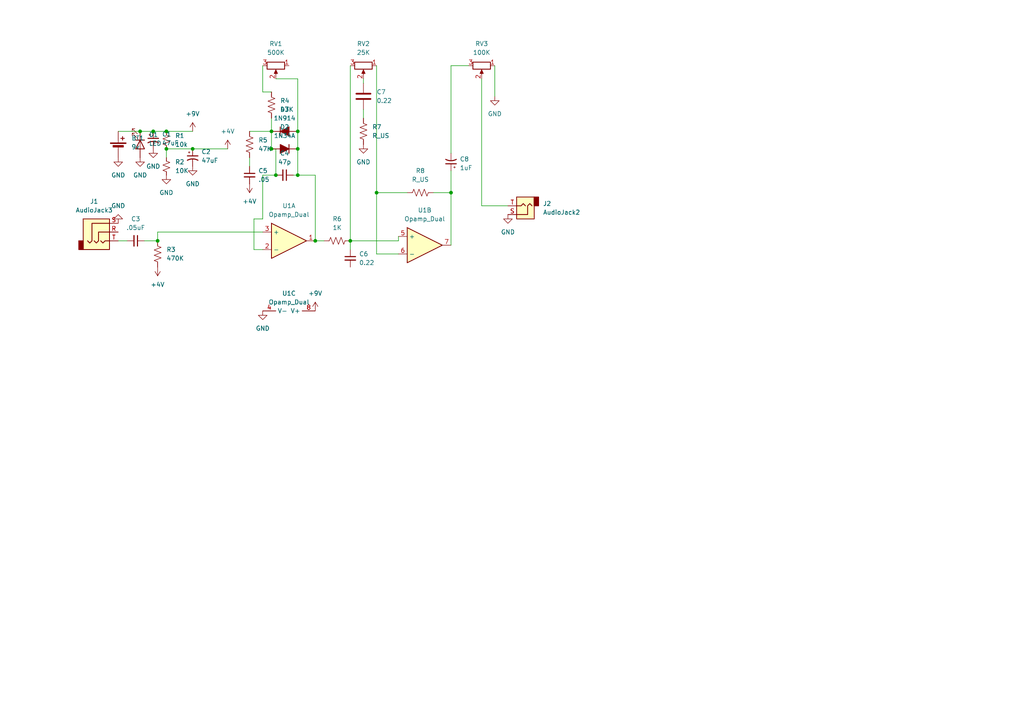
<source format=kicad_sch>
(kicad_sch (version 20230121) (generator eeschema)
  (paper "A4")
  (lib_symbols
    (symbol "Connector_Audio:AudioJack2"
      (property "Reference" "J" (at 0 8.89 0))
      (property "Value" "AudioJack2" (at 0 6.35 0))
      (symbol "AudioJack2_0_1"
        (rectangle (start -3.81 0) (end -2.54 -2.54) (stroke (width 0.254)) (fill (type outline)))
        (rectangle (start -2.54 3.81) (end 2.54 -2.54) (stroke (width 0.254)) (fill (type background)))
        (polyline (pts (xy 0 0) (xy 0.635 -0.635) (xy 1.27 0) (xy 2.54 0)) (stroke (width 0.254)))
        (polyline (pts (xy 2.54 2.54) (xy -0.635 2.54) (xy -0.635 0) (xy -1.27 -0.635) (xy -1.905 0)) (stroke (width 0.254)))
      )
      (symbol "AudioJack2_1_1"
        (pin passive line (at 5.08 2.54 180) (length 2.54) (name "~") (number "S"))
        (pin passive line (at 5.08 0 180) (length 2.54) (name "~") (number "T"))
      )
    )
    (symbol "Connector_Audio:AudioJack3"
      (property "Reference" "J" (at 0 8.89 0))
      (property "Value" "AudioJack3" (at 0 6.35 0))
      (symbol "AudioJack3_0_1"
        (rectangle (start -5.08 -5.08) (end -6.35 -2.54) (stroke (width 0.254)) (fill (type outline)))
        (polyline (pts (xy 0 -2.54) (xy 0.635 -3.175) (xy 1.27 -2.54) (xy 2.54 -2.54)) (stroke (width 0.254)))
        (polyline (pts (xy -1.905 -2.54) (xy -1.27 -3.175) (xy -0.635 -2.54) (xy -0.635 0) (xy 2.54 0)) (stroke (width 0.254)))
        (polyline (pts (xy 2.54 2.54) (xy -2.54 2.54) (xy -2.54 -2.54) (xy -3.175 -3.175) (xy -3.81 -2.54)) (stroke (width 0.254)))
        (rectangle (start 2.54 3.81) (end -5.08 -5.08) (stroke (width 0.254)) (fill (type background)))
      )
      (symbol "AudioJack3_1_1"
        (pin passive line (at 5.08 0 180) (length 2.54) (name "~") (number "R"))
        (pin passive line (at 5.08 2.54 180) (length 2.54) (name "~") (number "S"))
        (pin passive line (at 5.08 -2.54 180) (length 2.54) (name "~") (number "T"))
      )
    )
    (symbol "Device:Battery_Cell" (pin_numbers hide) (pin_names (offset 0) hide)
      (property "Reference" "BT" (at 2.54 2.54 0))
      (property "Value" "Battery_Cell" (at 2.54 0 0))
      (symbol "Battery_Cell_0_1"
        (rectangle (start -2.286 1.778) (end 2.286 1.524) (fill (type outline)))
        (rectangle (start -1.524 1.016) (end 1.524 0.508) (fill (type outline)))
        (polyline (pts (xy 0 0.762) (xy 0 0)))
        (polyline (pts (xy 0 1.778) (xy 0 2.54)))
        (polyline (pts (xy 0.762 3.048) (xy 1.778 3.048)) (stroke (width 0.254)))
        (polyline (pts (xy 1.27 3.556) (xy 1.27 2.54)) (stroke (width 0.254)))
      )
      (symbol "Battery_Cell_1_1"
        (pin passive line (at 0 5.08 270) (length 2.54) (name "+") (number "1"))
        (pin passive line (at 0 -2.54 90) (length 2.54) (name "-") (number "2"))
      )
    )
    (symbol "Device:C" (pin_numbers hide) (pin_names (offset 0.254))
      (property "Reference" "C" (at 0.635 2.54 0))
      (property "Value" "C" (at 0.635 -2.54 0))
      (symbol "C_0_1"
        (polyline (pts (xy -2.032 -0.762) (xy 2.032 -0.762)) (stroke (width 0.508)))
        (polyline (pts (xy -2.032 0.762) (xy 2.032 0.762)) (stroke (width 0.508)))
      )
      (symbol "C_1_1"
        (pin passive line (at 0 3.81 270) (length 2.794) (name "~") (number "1"))
        (pin passive line (at 0 -3.81 90) (length 2.794) (name "~") (number "2"))
      )
    )
    (symbol "Device:C_Polarized_Small_US" (pin_numbers hide) (pin_names (offset 0.254) hide)
      (property "Reference" "C" (at 0.254 1.778 0))
      (property "Value" "C_Polarized_Small_US" (at 0.254 -2.032 0))
      (symbol "C_Polarized_Small_US_0_1"
        (polyline (pts (xy -1.524 0.508) (xy 1.524 0.508)) (stroke (width 0.3048)))
        (polyline (pts (xy -1.27 1.524) (xy -0.762 1.524)))
        (polyline (pts (xy -1.016 1.27) (xy -1.016 1.778)))
        (arc (start 1.524 -0.762) (mid 0 -0.3734) (end -1.524 -0.762) (stroke (width 0.3048)))
      )
      (symbol "C_Polarized_Small_US_1_1"
        (pin passive line (at 0 2.54 270) (length 2.032) (name "~") (number "1"))
        (pin passive line (at 0 -2.54 90) (length 2.032) (name "~") (number "2"))
      )
    )
    (symbol "Device:C_Small" (pin_numbers hide) (pin_names (offset 0.254) hide)
      (property "Reference" "C" (at 0.254 1.778 0))
      (property "Value" "C_Small" (at 0.254 -2.032 0))
      (symbol "C_Small_0_1"
        (polyline (pts (xy -1.524 -0.508) (xy 1.524 -0.508)) (stroke (width 0.3302)))
        (polyline (pts (xy -1.524 0.508) (xy 1.524 0.508)) (stroke (width 0.3048)))
      )
      (symbol "C_Small_1_1"
        (pin passive line (at 0 2.54 270) (length 2.032) (name "~") (number "1"))
        (pin passive line (at 0 -2.54 90) (length 2.032) (name "~") (number "2"))
      )
    )
    (symbol "Device:D_Filled" (pin_numbers hide) (pin_names (offset 1.016) hide)
      (property "Reference" "D" (at 0 2.54 0))
      (property "Value" "D_Filled" (at 0 -2.54 0))
      (symbol "D_Filled_0_1"
        (polyline (pts (xy -1.27 1.27) (xy -1.27 -1.27)) (stroke (width 0.254)))
        (polyline (pts (xy 1.27 0) (xy -1.27 0)))
        (polyline (pts (xy 1.27 1.27) (xy 1.27 -1.27) (xy -1.27 0) (xy 1.27 1.27)) (stroke (width 0.254)) (fill (type outline)))
      )
      (symbol "D_Filled_1_1"
        (pin passive line (at -3.81 0 0) (length 2.54) (name "K") (number "1"))
        (pin passive line (at 3.81 0 180) (length 2.54) (name "A") (number "2"))
      )
    )
    (symbol "Device:LED" (pin_numbers hide) (pin_names (offset 1.016) hide)
      (property "Reference" "D" (at 0 2.54 0))
      (property "Value" "LED" (at 0 -2.54 0))
      (symbol "LED_0_1"
        (polyline (pts (xy -1.27 -1.27) (xy -1.27 1.27)) (stroke (width 0.254)))
        (polyline (pts (xy -1.27 0) (xy 1.27 0)))
        (polyline (pts (xy 1.27 -1.27) (xy 1.27 1.27) (xy -1.27 0) (xy 1.27 -1.27)) (stroke (width 0.254)))
        (polyline (pts (xy -3.048 -0.762) (xy -4.572 -2.286) (xy -3.81 -2.286) (xy -4.572 -2.286) (xy -4.572 -1.524)))
        (polyline (pts (xy -1.778 -0.762) (xy -3.302 -2.286) (xy -2.54 -2.286) (xy -3.302 -2.286) (xy -3.302 -1.524)))
      )
      (symbol "LED_1_1"
        (pin passive line (at -3.81 0 0) (length 2.54) (name "K") (number "1"))
        (pin passive line (at 3.81 0 180) (length 2.54) (name "A") (number "2"))
      )
    )
    (symbol "Device:Opamp_Dual"
      (property "Reference" "U" (at 0 5.08 0))
      (property "Value" "Opamp_Dual" (at 0 -5.08 0))
      (symbol "Opamp_Dual_1_1"
        (polyline (pts (xy -5.08 5.08) (xy 5.08 0) (xy -5.08 -5.08) (xy -5.08 5.08)) (stroke (width 0.254)) (fill (type background)))
        (pin output line (at 7.62 0 180) (length 2.54) (name "~") (number "1"))
        (pin input line (at -7.62 -2.54 0) (length 2.54) (name "-") (number "2"))
        (pin input line (at -7.62 2.54 0) (length 2.54) (name "+") (number "3"))
      )
      (symbol "Opamp_Dual_2_1"
        (polyline (pts (xy -5.08 5.08) (xy 5.08 0) (xy -5.08 -5.08) (xy -5.08 5.08)) (stroke (width 0.254)) (fill (type background)))
        (pin input line (at -7.62 2.54 0) (length 2.54) (name "+") (number "5"))
        (pin input line (at -7.62 -2.54 0) (length 2.54) (name "-") (number "6"))
        (pin output line (at 7.62 0 180) (length 2.54) (name "~") (number "7"))
      )
      (symbol "Opamp_Dual_3_1"
        (pin power_in line (at -2.54 -7.62 90) (length 3.81) (name "V-") (number "4"))
        (pin power_in line (at -2.54 7.62 270) (length 3.81) (name "V+") (number "8"))
      )
    )
    (symbol "Device:R_Potentiometer" (pin_names (offset 1.016) hide)
      (property "Reference" "RV" (at -4.445 0 90))
      (property "Value" "R_Potentiometer" (at -2.54 0 90))
      (symbol "R_Potentiometer_0_1"
        (polyline (pts (xy 2.54 0) (xy 1.524 0)))
        (polyline (pts (xy 1.143 0) (xy 2.286 0.508) (xy 2.286 -0.508) (xy 1.143 0)) (fill (type outline)))
        (rectangle (start 1.016 2.54) (end -1.016 -2.54) (stroke (width 0.254)))
      )
      (symbol "R_Potentiometer_1_1"
        (pin passive line (at 0 3.81 270) (length 1.27) (name "1") (number "1"))
        (pin passive line (at 3.81 0 180) (length 1.27) (name "2") (number "2"))
        (pin passive line (at 0 -3.81 90) (length 1.27) (name "3") (number "3"))
      )
    )
    (symbol "Device:R_Small_US" (pin_numbers hide) (pin_names (offset 0.254) hide)
      (property "Reference" "R" (at 0.762 0.508 0))
      (property "Value" "R_Small_US" (at 0.762 -1.016 0))
      (symbol "R_Small_US_1_1"
        (polyline (pts (xy 0 0) (xy 1.016 -0.381) (xy 0 -0.762) (xy -1.016 -1.143) (xy 0 -1.524)))
        (polyline (pts (xy 0 1.524) (xy 1.016 1.143) (xy 0 0.762) (xy -1.016 0.381) (xy 0 0)))
        (pin passive line (at 0 2.54 270) (length 1.016) (name "~") (number "1"))
        (pin passive line (at 0 -2.54 90) (length 1.016) (name "~") (number "2"))
      )
    )
    (symbol "Device:R_US" (pin_numbers hide) (pin_names (offset 0))
      (property "Reference" "R" (at 2.54 0 90))
      (property "Value" "R_US" (at -2.54 0 90))
      (symbol "R_US_0_1"
        (polyline (pts (xy 0 -2.286) (xy 0 -2.54)))
        (polyline (pts (xy 0 2.286) (xy 0 2.54)))
        (polyline (pts (xy 0 -0.762) (xy 1.016 -1.143) (xy 0 -1.524) (xy -1.016 -1.905) (xy 0 -2.286)))
        (polyline (pts (xy 0 0.762) (xy 1.016 0.381) (xy 0 0) (xy -1.016 -0.381) (xy 0 -0.762)))
        (polyline (pts (xy 0 2.286) (xy 1.016 1.905) (xy 0 1.524) (xy -1.016 1.143) (xy 0 0.762)))
      )
      (symbol "R_US_1_1"
        (pin passive line (at 0 3.81 270) (length 1.27) (name "~") (number "1"))
        (pin passive line (at 0 -3.81 90) (length 1.27) (name "~") (number "2"))
      )
    )
    (symbol "power:+4V" (power) (pin_names (offset 0))
      (property "Value" "+4V" (at 0 3.556 0))
      (symbol "+4V_0_1"
        (polyline (pts (xy -0.762 1.27) (xy 0 2.54)))
        (polyline (pts (xy 0 0) (xy 0 2.54)))
        (polyline (pts (xy 0 2.54) (xy 0.762 1.27)))
      )
      (symbol "+4V_1_1"
        (pin power_in line (at 0 0 90) (length 0) hide (name "+4V") (number "1"))
      )
    )
    (symbol "power:+9V" (power) (pin_names (offset 0))
      (property "Value" "+9V" (at 0 3.556 0))
      (symbol "+9V_0_1"
        (polyline (pts (xy -0.762 1.27) (xy 0 2.54)))
        (polyline (pts (xy 0 0) (xy 0 2.54)))
        (polyline (pts (xy 0 2.54) (xy 0.762 1.27)))
      )
      (symbol "+9V_1_1"
        (pin power_in line (at 0 0 90) (length 0) hide (name "+9V") (number "1"))
      )
    )
    (symbol "power:GND" (power) (pin_names (offset 0))
      (property "Value" "GND" (at 0 -3.81 0))
      (symbol "GND_0_1"
        (polyline (pts (xy 0 0) (xy 0 -1.27) (xy 1.27 -1.27) (xy 0 -2.54) (xy -1.27 -1.27) (xy 0 -1.27)))
      )
      (symbol "GND_1_1"
        (pin power_in line (at 0 0 270) (length 0) hide (name "GND") (number "1"))
      )
    )
  )
  (junction (at 130.81 55.88))
  (junction (at 101.6 69.85))
  (junction (at 40.64 38.1))
  (junction (at 78.74 38.1))
  (junction (at 48.26 43.18))
  (junction (at 80.01 50.8))
  (junction (at 48.26 38.1))
  (junction (at 44.45 38.1))
  (junction (at 109.22 55.88))
  (junction (at 78.74 43.18))
  (junction (at 45.72 69.85))
  (junction (at 86.36 38.1))
  (junction (at 86.36 50.8))
  (junction (at 86.36 43.18))
  (junction (at 55.88 43.18))
  (junction (at 91.44 69.85))
  (wire (pts (xy 45.72 67.31) (xy 76.2 67.31)))
  (wire (pts (xy 73.66 63.5) (xy 73.66 72.39)))
  (wire (pts (xy 55.88 43.18) (xy 66.04 43.18)))
  (wire (pts (xy 105.41 22.86) (xy 105.41 24.13)))
  (wire (pts (xy 109.22 55.88) (xy 109.22 73.66)))
  (wire (pts (xy 80.01 43.18) (xy 78.74 43.18)))
  (wire (pts (xy 48.26 43.18) (xy 55.88 43.18)))
  (wire (pts (xy 143.51 27.94) (xy 143.51 19.05)))
  (wire (pts (xy 72.39 45.72) (xy 72.39 48.26)))
  (wire (pts (xy 115.57 69.85) (xy 115.57 68.58)))
  (wire (pts (xy 86.36 50.8) (xy 91.44 50.8)))
  (wire (pts (xy 72.39 38.1) (xy 78.74 38.1)))
  (wire (pts (xy 80.01 50.8) (xy 80.01 43.18)))
  (wire (pts (xy 80.01 22.86) (xy 86.36 22.86)))
  (wire (pts (xy 40.64 38.1) (xy 44.45 38.1)))
  (wire (pts (xy 105.41 31.75) (xy 105.41 34.29)))
  (wire (pts (xy 101.6 69.85) (xy 115.57 69.85)))
  (wire (pts (xy 78.74 26.67) (xy 76.2 26.67)))
  (wire (pts (xy 130.81 71.12) (xy 130.81 55.88)))
  (wire (pts (xy 130.81 44.45) (xy 130.81 19.05)))
  (wire (pts (xy 86.36 22.86) (xy 86.36 38.1)))
  (wire (pts (xy 130.81 19.05) (xy 135.89 19.05)))
  (wire (pts (xy 41.91 69.85) (xy 45.72 69.85)))
  (wire (pts (xy 86.36 43.18) (xy 86.36 50.8)))
  (wire (pts (xy 73.66 72.39) (xy 76.2 72.39)))
  (wire (pts (xy 139.7 59.69) (xy 147.32 59.69)))
  (wire (pts (xy 109.22 55.88) (xy 118.11 55.88)))
  (wire (pts (xy 109.22 19.05) (xy 109.22 55.88)))
  (wire (pts (xy 101.6 19.05) (xy 101.6 69.85)))
  (wire (pts (xy 34.29 38.1) (xy 40.64 38.1)))
  (wire (pts (xy 76.2 63.5) (xy 73.66 63.5)))
  (wire (pts (xy 76.2 50.8) (xy 76.2 63.5)))
  (wire (pts (xy 109.22 73.66) (xy 115.57 73.66)))
  (wire (pts (xy 44.45 38.1) (xy 48.26 38.1)))
  (wire (pts (xy 130.81 55.88) (xy 125.73 55.88)))
  (wire (pts (xy 48.26 38.1) (xy 55.88 38.1)))
  (wire (pts (xy 91.44 50.8) (xy 91.44 69.85)))
  (wire (pts (xy 78.74 34.29) (xy 78.74 38.1)))
  (wire (pts (xy 78.74 38.1) (xy 78.74 43.18)))
  (wire (pts (xy 130.81 49.53) (xy 130.81 55.88)))
  (wire (pts (xy 86.36 38.1) (xy 86.36 43.18)))
  (wire (pts (xy 101.6 69.85) (xy 101.6 72.39)))
  (wire (pts (xy 45.72 69.85) (xy 45.72 67.31)))
  (wire (pts (xy 34.29 69.85) (xy 36.83 69.85)))
  (wire (pts (xy 91.44 69.85) (xy 93.98 69.85)))
  (wire (pts (xy 139.7 22.86) (xy 139.7 59.69)))
  (wire (pts (xy 76.2 26.67) (xy 76.2 19.05)))
  (wire (pts (xy 48.26 43.18) (xy 48.26 45.72)))
  (wire (pts (xy 76.2 50.8) (xy 80.01 50.8)))
  (wire (pts (xy 85.09 50.8) (xy 86.36 50.8)))
  (symbol (lib_id "Device:R_US") (at 105.41 38.1 0) (unit 1)
    (property "Reference" "R7" (at 107.95 36.83 0) (effects (justify left)))
    (property "Value" "R_US" (at 107.95 39.37 0) (effects (justify left)))
  )
  (symbol (lib_id "Device:Opamp_Dual") (at 83.82 69.85 0) (unit 1)
    (property "Reference" "U1" (at 83.82 59.69 0))
    (property "Value" "Opamp_Dual" (at 83.82 62.23 0))
    (property "Sim.Library" "${KICAD7_SYMBOL_DIR}/Simulation_SPICE.sp" (effects hide))
    (property "Sim.Name" "kicad_builtin_opamp_dual" (effects hide))
    (property "Sim.Device" "SUBCKT" (effects hide))
    (property "Sim.Pins" "1=out1 2=in1- 3=in1+ 4=vee 5=in2+ 6=in2- 7=out2 8=vcc" (effects hide))
  )
  (symbol (lib_id "Device:R_US") (at 72.39 41.91 0) (unit 1)
    (property "Reference" "R5" (at 74.93 40.64 0) (effects (justify left)))
    (property "Value" "47K" (at 74.93 43.18 0) (effects (justify left)))
  )
  (symbol (lib_id "power:GND") (at 48.26 50.8 0) (unit 1)
    (property "Reference" "#PWR04" (effects hide))
    (property "Value" "GND" (at 48.26 55.88 0))
  )
  (symbol (lib_id "Device:D_Filled") (at 82.55 43.18 180) (unit 1)
    (property "Reference" "D2" (at 82.55 36.83 0))
    (property "Value" "1N34A" (at 82.55 39.37 0))
    (property "Sim.Device" "D" (effects hide))
    (property "Sim.Pins" "1=K 2=A" (effects hide))
  )
  (symbol (lib_id "power:+9V") (at 55.88 38.1 0) (unit 1)
    (property "Reference" "#PWR05" (effects hide))
    (property "Value" "+9V" (at 55.88 33.02 0))
  )
  (symbol (lib_id "Device:R_US") (at 45.72 73.66 0) (unit 1)
    (property "Reference" "R3" (at 48.26 72.39 0) (effects (justify left)))
    (property "Value" "470K" (at 48.26 74.93 0) (effects (justify left)))
  )
  (symbol (lib_id "power:+4V") (at 45.72 77.47 180) (unit 1)
    (property "Reference" "#PWR09" (effects hide))
    (property "Value" "+4V" (at 45.72 82.55 0))
  )
  (symbol (lib_id "power:GND") (at 147.32 62.23 0) (unit 1)
    (property "Reference" "#PWR015" (effects hide))
    (property "Value" "GND" (at 147.32 67.31 0))
  )
  (symbol (lib_id "power:GND") (at 34.29 64.77 180) (unit 1)
    (property "Reference" "#PWR08" (effects hide))
    (property "Value" "GND" (at 34.29 59.69 0))
  )
  (symbol (lib_id "Device:C_Small") (at 39.37 69.85 270) (unit 1)
    (property "Reference" "C3" (at 39.3636 63.5 90))
    (property "Value" ".05uF" (at 39.3636 66.04 90))
  )
  (symbol (lib_id "power:+4V") (at 72.39 53.34 180) (unit 1)
    (property "Reference" "#PWR012" (effects hide))
    (property "Value" "+4V" (at 72.39 58.42 0))
  )
  (symbol (lib_id "Device:C_Polarized_Small_US") (at 55.88 45.72 0) (unit 1)
    (property "Reference" "C2" (at 58.42 44.0182 0) (effects (justify left)))
    (property "Value" "47uF" (at 58.42 46.5582 0) (effects (justify left)))
  )
  (symbol (lib_id "Device:R_Small_US") (at 48.26 40.64 0) (unit 1)
    (property "Reference" "R1" (at 50.8 39.37 0) (effects (justify left)))
    (property "Value" "10k" (at 50.8 41.91 0) (effects (justify left)))
  )
  (symbol (lib_id "Device:C_Polarized_Small_US") (at 130.81 46.99 180) (unit 1)
    (property "Reference" "C8" (at 133.35 46.1518 0) (effects (justify right)))
    (property "Value" "1uF" (at 133.35 48.6918 0) (effects (justify right)))
  )
  (symbol (lib_id "Device:C_Small") (at 82.55 50.8 270) (unit 1)
    (property "Reference" "C4" (at 82.5436 44.45 90))
    (property "Value" "47p" (at 82.5436 46.99 90))
  )
  (symbol (lib_id "Device:Battery_Cell") (at 34.29 43.18 0) (unit 1)
    (property "Reference" "BT1" (at 38.1 40.0685 0) (effects (justify left)))
    (property "Value" "9v" (at 38.1 42.6085 0) (effects (justify left)))
  )
  (symbol (lib_id "Device:R_Potentiometer") (at 80.01 19.05 270) (unit 1)
    (property "Reference" "RV1" (at 80.01 12.7 90))
    (property "Value" "500K" (at 80.01 15.24 90))
  )
  (symbol (lib_id "power:GND") (at 40.64 45.72 0) (unit 1)
    (property "Reference" "#PWR02" (effects hide))
    (property "Value" "GND" (at 40.64 50.8 0))
  )
  (symbol (lib_id "power:GND") (at 76.2 90.17 0) (unit 1)
    (property "Reference" "#PWR011" (effects hide))
    (property "Value" "GND" (at 76.2 95.25 0))
  )
  (symbol (lib_id "power:GND") (at 105.41 41.91 0) (unit 1)
    (property "Reference" "#PWR013" (effects hide))
    (property "Value" "GND" (at 105.41 46.99 0))
  )
  (symbol (lib_id "power:GND") (at 143.51 27.94 0) (unit 1)
    (property "Reference" "#PWR014" (effects hide))
    (property "Value" "GND" (at 143.51 33.02 0))
  )
  (symbol (lib_id "Device:D_Filled") (at 82.55 38.1 0) (unit 1)
    (property "Reference" "D3" (at 82.55 31.75 0))
    (property "Value" "1N914" (at 82.55 34.29 0))
    (property "Sim.Device" "D" (effects hide))
    (property "Sim.Pins" "1=K 2=A" (effects hide))
  )
  (symbol (lib_id "Device:R_US") (at 97.79 69.85 90) (unit 1)
    (property "Reference" "R6" (at 97.79 63.5 90))
    (property "Value" "1K" (at 97.79 66.04 90))
  )
  (symbol (lib_id "Connector_Audio:AudioJack3") (at 29.21 67.31 0) (unit 1)
    (property "Reference" "J1" (at 27.305 58.42 0))
    (property "Value" "AudioJack3" (at 27.305 60.96 0))
  )
  (symbol (lib_id "Device:C_Polarized_Small_US") (at 44.45 40.64 0) (unit 1)
    (property "Reference" "C1" (at 46.99 38.9382 0) (effects (justify left)))
    (property "Value" "47uF" (at 46.99 41.4782 0) (effects (justify left)))
  )
  (symbol (lib_id "Connector_Audio:AudioJack2") (at 152.4 59.69 180) (unit 1)
    (property "Reference" "J2" (at 157.48 59.055 0) (effects (justify right)))
    (property "Value" "AudioJack2" (at 157.48 61.595 0) (effects (justify right)))
  )
  (symbol (lib_id "Device:R_Small_US") (at 48.26 48.26 0) (unit 1)
    (property "Reference" "R2" (at 50.8 46.99 0) (effects (justify left)))
    (property "Value" "10K" (at 50.8 49.53 0) (effects (justify left)))
  )
  (symbol (lib_id "Device:LED") (at 40.64 41.91 270) (unit 1)
    (property "Reference" "D1" (at 43.18 39.0525 90) (effects (justify left)))
    (property "Value" "LED" (at 43.18 41.5925 90) (effects (justify left)))
  )
  (symbol (lib_id "power:GND") (at 55.88 48.26 0) (unit 1)
    (property "Reference" "#PWR06" (effects hide))
    (property "Value" "GND" (at 55.88 53.34 0))
  )
  (symbol (lib_id "power:GND") (at 34.29 45.72 0) (unit 1)
    (property "Reference" "#PWR01" (effects hide))
    (property "Value" "GND" (at 34.29 50.8 0))
  )
  (symbol (lib_id "Device:Opamp_Dual") (at 83.82 92.71 270) (unit 3)
    (property "Reference" "U1" (at 83.82 85.09 90))
    (property "Value" "Opamp_Dual" (at 83.82 87.63 90))
    (property "Sim.Library" "${KICAD7_SYMBOL_DIR}/Simulation_SPICE.sp" (effects hide))
    (property "Sim.Name" "kicad_builtin_opamp_dual" (effects hide))
    (property "Sim.Device" "SUBCKT" (effects hide))
    (property "Sim.Pins" "1=out1 2=in1- 3=in1+ 4=vee 5=in2+ 6=in2- 7=out2 8=vcc" (effects hide))
  )
  (symbol (lib_id "power:+4V") (at 66.04 43.18 0) (unit 1)
    (property "Reference" "#PWR07" (effects hide))
    (property "Value" "+4V" (at 66.04 38.1 0))
  )
  (symbol (lib_id "power:GND") (at 44.45 43.18 0) (unit 1)
    (property "Reference" "#PWR03" (effects hide))
    (property "Value" "GND" (at 44.45 48.26 0))
  )
  (symbol (lib_id "Device:Opamp_Dual") (at 123.19 71.12 0) (unit 2)
    (property "Reference" "U1" (at 123.19 60.96 0))
    (property "Value" "Opamp_Dual" (at 123.19 63.5 0))
    (property "Sim.Library" "${KICAD7_SYMBOL_DIR}/Simulation_SPICE.sp" (effects hide))
    (property "Sim.Name" "kicad_builtin_opamp_dual" (effects hide))
    (property "Sim.Device" "SUBCKT" (effects hide))
    (property "Sim.Pins" "1=out1 2=in1- 3=in1+ 4=vee 5=in2+ 6=in2- 7=out2 8=vcc" (effects hide))
  )
  (symbol (lib_id "Device:R_Potentiometer") (at 139.7 19.05 270) (unit 1)
    (property "Reference" "RV3" (at 139.7 12.7 90))
    (property "Value" "100K" (at 139.7 15.24 90))
  )
  (symbol (lib_id "Device:R_Potentiometer") (at 105.41 19.05 270) (unit 1)
    (property "Reference" "RV2" (at 105.41 12.7 90))
    (property "Value" "25K" (at 105.41 15.24 90))
  )
  (symbol (lib_id "Device:C_Small") (at 101.6 74.93 0) (unit 1)
    (property "Reference" "C6" (at 104.14 73.6663 0) (effects (justify left)))
    (property "Value" "0.22" (at 104.14 76.2063 0) (effects (justify left)))
  )
  (symbol (lib_id "Device:C") (at 105.41 27.94 0) (unit 1)
    (property "Reference" "C7" (at 109.22 26.67 0) (effects (justify left)))
    (property "Value" "0.22" (at 109.22 29.21 0) (effects (justify left)))
  )
  (symbol (lib_id "power:+9V") (at 91.44 90.17 0) (unit 1)
    (property "Reference" "#PWR010" (effects hide))
    (property "Value" "+9V" (at 91.44 85.09 0))
  )
  (symbol (lib_id "Device:R_US") (at 78.74 30.48 0) (unit 1)
    (property "Reference" "R4" (at 81.28 29.21 0) (effects (justify left)))
    (property "Value" "47K" (at 81.28 31.75 0) (effects (justify left)))
  )
  (symbol (lib_id "Device:R_US") (at 121.92 55.88 270) (unit 1)
    (property "Reference" "R8" (at 121.92 49.53 90))
    (property "Value" "R_US" (at 121.92 52.07 90))
  )
  (symbol (lib_id "Device:C_Small") (at 72.39 50.8 0) (unit 1)
    (property "Reference" "C5" (at 74.93 49.5363 0) (effects (justify left)))
    (property "Value" ".05" (at 74.93 52.0763 0) (effects (justify left)))
  )
)
</source>
